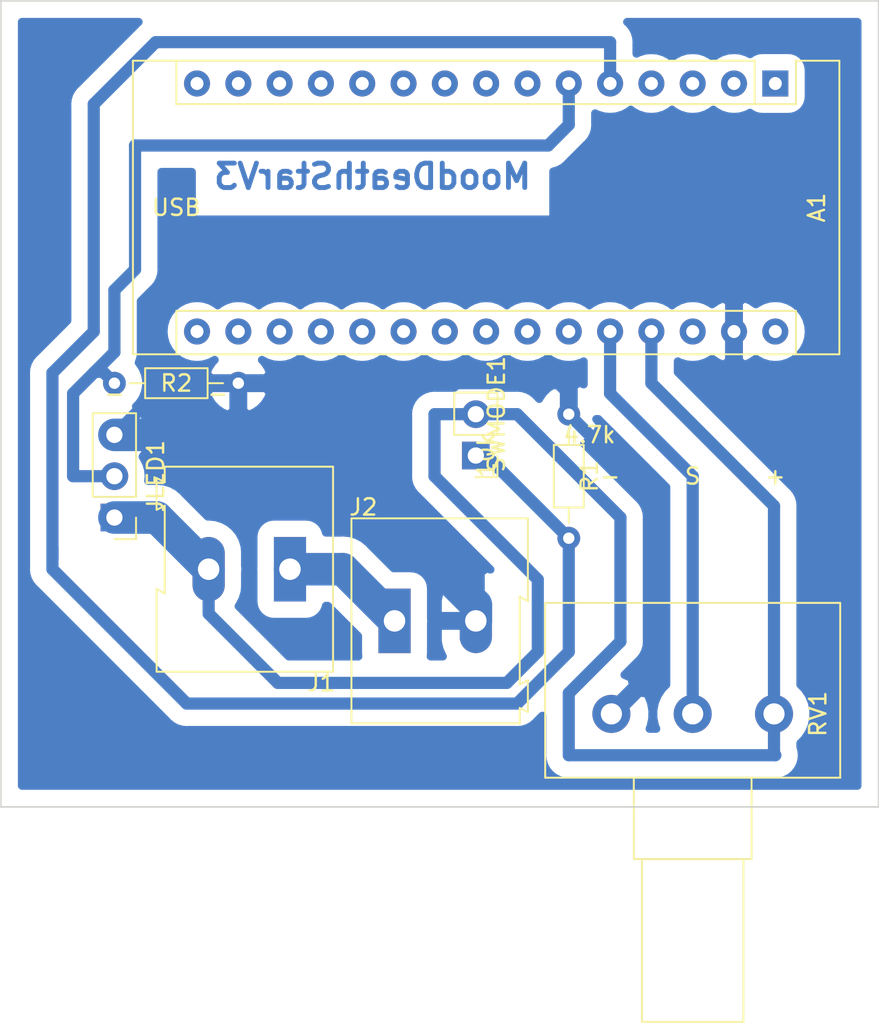
<source format=kicad_pcb>
(kicad_pcb (version 20171130) (host pcbnew "(5.1.4)-1")

  (general
    (thickness 1.6)
    (drawings 13)
    (tracks 68)
    (zones 0)
    (modules 8)
    (nets 32)
  )

  (page A4)
  (layers
    (0 F.Cu signal)
    (31 B.Cu signal)
    (32 B.Adhes user)
    (33 F.Adhes user)
    (34 B.Paste user)
    (35 F.Paste user)
    (36 B.SilkS user)
    (37 F.SilkS user)
    (38 B.Mask user)
    (39 F.Mask user)
    (40 Dwgs.User user)
    (41 Cmts.User user)
    (42 Eco1.User user)
    (43 Eco2.User user)
    (44 Edge.Cuts user)
    (45 Margin user)
    (46 B.CrtYd user)
    (47 F.CrtYd user)
    (48 B.Fab user hide)
    (49 F.Fab user hide)
  )

  (setup
    (last_trace_width 0.75)
    (user_trace_width 0.75)
    (user_trace_width 1)
    (user_trace_width 2)
    (user_trace_width 5)
    (trace_clearance 0.2)
    (zone_clearance 0.508)
    (zone_45_only no)
    (trace_min 0.2)
    (via_size 0.8)
    (via_drill 0.4)
    (via_min_size 0.4)
    (via_min_drill 0.3)
    (uvia_size 0.3)
    (uvia_drill 0.1)
    (uvias_allowed no)
    (uvia_min_size 0.2)
    (uvia_min_drill 0.1)
    (edge_width 0.05)
    (segment_width 0.2)
    (pcb_text_width 0.3)
    (pcb_text_size 1.5 1.5)
    (mod_edge_width 0.12)
    (mod_text_size 1 1)
    (mod_text_width 0.15)
    (pad_size 3.5 3.5)
    (pad_drill 3.5)
    (pad_to_mask_clearance 0.051)
    (solder_mask_min_width 0.25)
    (aux_axis_origin 0 0)
    (visible_elements 7FFFFFFF)
    (pcbplotparams
      (layerselection 0x010fc_ffffffff)
      (usegerberextensions false)
      (usegerberattributes false)
      (usegerberadvancedattributes false)
      (creategerberjobfile false)
      (excludeedgelayer true)
      (linewidth 0.100000)
      (plotframeref false)
      (viasonmask false)
      (mode 1)
      (useauxorigin false)
      (hpglpennumber 1)
      (hpglpenspeed 20)
      (hpglpendiameter 15.000000)
      (psnegative false)
      (psa4output false)
      (plotreference true)
      (plotvalue true)
      (plotinvisibletext false)
      (padsonsilk false)
      (subtractmaskfromsilk false)
      (outputformat 1)
      (mirror false)
      (drillshape 1)
      (scaleselection 1)
      (outputdirectory ""))
  )

  (net 0 "")
  (net 1 "Net-(A1-Pad16)")
  (net 2 "Net-(A1-Pad15)")
  (net 3 "Net-(A1-Pad30)")
  (net 4 "Net-(A1-Pad14)")
  (net 5 "Net-(A1-Pad13)")
  (net 6 "Net-(A1-Pad28)")
  (net 7 "Net-(A1-Pad12)")
  (net 8 "Net-(A1-Pad11)")
  (net 9 "Net-(A1-Pad26)")
  (net 10 "Net-(A1-Pad10)")
  (net 11 "Net-(A1-Pad25)")
  (net 12 "Net-(A1-Pad9)")
  (net 13 "Net-(A1-Pad24)")
  (net 14 "Net-(A1-Pad8)")
  (net 15 "Net-(A1-Pad23)")
  (net 16 "Net-(A1-Pad7)")
  (net 17 "Net-(A1-Pad22)")
  (net 18 "Net-(A1-Pad6)")
  (net 19 "Net-(A1-Pad21)")
  (net 20 "Net-(A1-Pad5)")
  (net 21 "Net-(A1-Pad20)")
  (net 22 "Net-(A1-Pad4)")
  (net 23 "Net-(A1-Pad19)")
  (net 24 "Net-(A1-Pad3)")
  (net 25 "Net-(A1-Pad18)")
  (net 26 "Net-(A1-Pad2)")
  (net 27 "Net-(A1-Pad17)")
  (net 28 "Net-(A1-Pad1)")
  (net 29 "Net-(A1-Pad29)")
  (net 30 "Net-(A1-Pad27)")
  (net 31 "Net-(J1-Pad1)")

  (net_class Default "Dies ist die voreingestellte Netzklasse."
    (clearance 0.2)
    (trace_width 0.25)
    (via_dia 0.8)
    (via_drill 0.4)
    (uvia_dia 0.3)
    (uvia_drill 0.1)
    (add_net "Net-(A1-Pad1)")
    (add_net "Net-(A1-Pad10)")
    (add_net "Net-(A1-Pad11)")
    (add_net "Net-(A1-Pad12)")
    (add_net "Net-(A1-Pad13)")
    (add_net "Net-(A1-Pad14)")
    (add_net "Net-(A1-Pad15)")
    (add_net "Net-(A1-Pad16)")
    (add_net "Net-(A1-Pad17)")
    (add_net "Net-(A1-Pad18)")
    (add_net "Net-(A1-Pad19)")
    (add_net "Net-(A1-Pad2)")
    (add_net "Net-(A1-Pad20)")
    (add_net "Net-(A1-Pad21)")
    (add_net "Net-(A1-Pad22)")
    (add_net "Net-(A1-Pad23)")
    (add_net "Net-(A1-Pad24)")
    (add_net "Net-(A1-Pad25)")
    (add_net "Net-(A1-Pad26)")
    (add_net "Net-(A1-Pad27)")
    (add_net "Net-(A1-Pad28)")
    (add_net "Net-(A1-Pad29)")
    (add_net "Net-(A1-Pad3)")
    (add_net "Net-(A1-Pad30)")
    (add_net "Net-(A1-Pad4)")
    (add_net "Net-(A1-Pad5)")
    (add_net "Net-(A1-Pad6)")
    (add_net "Net-(A1-Pad7)")
    (add_net "Net-(A1-Pad8)")
    (add_net "Net-(A1-Pad9)")
    (add_net "Net-(J1-Pad1)")
  )

  (module TerminalBlock:TerminalBlock_Altech_AK300-2_P5.00mm (layer F.Cu) (tedit 59FF0306) (tstamp 5D5F12AA)
    (at 111.205 101.6)
    (descr "Altech AK300 terminal block, pitch 5.0mm, 45 degree angled, see http://www.mouser.com/ds/2/16/PCBMETRC-24178.pdf")
    (tags "Altech AK300 terminal block pitch 5.0mm")
    (path /5D5FB377)
    (fp_text reference J2 (at -1.92 -6.99) (layer F.SilkS)
      (effects (font (size 1 1) (thickness 0.15)))
    )
    (fp_text value Screw_Terminal_01x02 (at 2.78 7.75) (layer F.Fab)
      (effects (font (size 1 1) (thickness 0.15)))
    )
    (fp_arc (start -1.13 -4.65) (end -1.42 -4.13) (angle 104.2) (layer F.Fab) (width 0.1))
    (fp_arc (start -0.01 -3.71) (end -1.62 -5) (angle 100) (layer F.Fab) (width 0.1))
    (fp_arc (start 0.06 -6.07) (end 1.53 -4.12) (angle 75.5) (layer F.Fab) (width 0.1))
    (fp_arc (start 1.03 -4.59) (end 1.53 -5.05) (angle 90.5) (layer F.Fab) (width 0.1))
    (fp_arc (start 3.87 -4.65) (end 3.58 -4.13) (angle 104.2) (layer F.Fab) (width 0.1))
    (fp_arc (start 4.99 -3.71) (end 3.39 -5) (angle 100) (layer F.Fab) (width 0.1))
    (fp_arc (start 5.07 -6.07) (end 6.53 -4.12) (angle 75.5) (layer F.Fab) (width 0.1))
    (fp_arc (start 6.03 -4.59) (end 6.54 -5.05) (angle 90.5) (layer F.Fab) (width 0.1))
    (fp_line (start 8.36 6.47) (end -2.83 6.47) (layer F.CrtYd) (width 0.05))
    (fp_line (start 8.36 6.47) (end 8.36 -6.47) (layer F.CrtYd) (width 0.05))
    (fp_line (start -2.83 -6.47) (end -2.83 6.47) (layer F.CrtYd) (width 0.05))
    (fp_line (start -2.83 -6.47) (end 8.36 -6.47) (layer F.CrtYd) (width 0.05))
    (fp_line (start 3.36 -0.25) (end 6.67 -0.25) (layer F.Fab) (width 0.1))
    (fp_line (start 2.98 -0.25) (end 3.36 -0.25) (layer F.Fab) (width 0.1))
    (fp_line (start 7.05 -0.25) (end 6.67 -0.25) (layer F.Fab) (width 0.1))
    (fp_line (start 6.67 -0.64) (end 3.36 -0.64) (layer F.Fab) (width 0.1))
    (fp_line (start 7.61 -0.64) (end 6.67 -0.64) (layer F.Fab) (width 0.1))
    (fp_line (start 1.66 -0.64) (end 3.36 -0.64) (layer F.Fab) (width 0.1))
    (fp_line (start -1.64 -0.64) (end 1.66 -0.64) (layer F.Fab) (width 0.1))
    (fp_line (start -2.58 -0.64) (end -1.64 -0.64) (layer F.Fab) (width 0.1))
    (fp_line (start 1.66 -0.25) (end -1.64 -0.25) (layer F.Fab) (width 0.1))
    (fp_line (start 2.04 -0.25) (end 1.66 -0.25) (layer F.Fab) (width 0.1))
    (fp_line (start -2.02 -0.25) (end -1.64 -0.25) (layer F.Fab) (width 0.1))
    (fp_line (start -1.49 -4.32) (end 1.56 -4.95) (layer F.Fab) (width 0.1))
    (fp_line (start -1.62 -4.45) (end 1.44 -5.08) (layer F.Fab) (width 0.1))
    (fp_line (start 3.52 -4.32) (end 6.56 -4.95) (layer F.Fab) (width 0.1))
    (fp_line (start 3.39 -4.45) (end 6.44 -5.08) (layer F.Fab) (width 0.1))
    (fp_line (start 2.04 -5.97) (end -2.02 -5.97) (layer F.Fab) (width 0.1))
    (fp_line (start -2.02 -3.43) (end -2.02 -5.97) (layer F.Fab) (width 0.1))
    (fp_line (start 2.04 -3.43) (end -2.02 -3.43) (layer F.Fab) (width 0.1))
    (fp_line (start 2.04 -3.43) (end 2.04 -5.97) (layer F.Fab) (width 0.1))
    (fp_line (start 7.05 -3.43) (end 2.98 -3.43) (layer F.Fab) (width 0.1))
    (fp_line (start 7.05 -5.97) (end 7.05 -3.43) (layer F.Fab) (width 0.1))
    (fp_line (start 2.98 -5.97) (end 7.05 -5.97) (layer F.Fab) (width 0.1))
    (fp_line (start 2.98 -3.43) (end 2.98 -5.97) (layer F.Fab) (width 0.1))
    (fp_line (start 7.61 -3.17) (end 7.61 -1.65) (layer F.Fab) (width 0.1))
    (fp_line (start -2.58 -3.17) (end -2.58 -6.22) (layer F.Fab) (width 0.1))
    (fp_line (start -2.58 -3.17) (end 7.61 -3.17) (layer F.Fab) (width 0.1))
    (fp_line (start 7.61 -0.64) (end 7.61 4.06) (layer F.Fab) (width 0.1))
    (fp_line (start 7.61 -1.65) (end 7.61 -0.64) (layer F.Fab) (width 0.1))
    (fp_line (start -2.58 -0.64) (end -2.58 -3.17) (layer F.Fab) (width 0.1))
    (fp_line (start -2.58 6.22) (end -2.58 -0.64) (layer F.Fab) (width 0.1))
    (fp_line (start 6.67 0.51) (end 6.28 0.51) (layer F.Fab) (width 0.1))
    (fp_line (start 3.36 0.51) (end 3.74 0.51) (layer F.Fab) (width 0.1))
    (fp_line (start 1.66 0.51) (end 1.28 0.51) (layer F.Fab) (width 0.1))
    (fp_line (start -1.64 0.51) (end -1.26 0.51) (layer F.Fab) (width 0.1))
    (fp_line (start -1.64 3.68) (end -1.64 0.51) (layer F.Fab) (width 0.1))
    (fp_line (start 1.66 3.68) (end -1.64 3.68) (layer F.Fab) (width 0.1))
    (fp_line (start 1.66 3.68) (end 1.66 0.51) (layer F.Fab) (width 0.1))
    (fp_line (start 3.36 3.68) (end 3.36 0.51) (layer F.Fab) (width 0.1))
    (fp_line (start 6.67 3.68) (end 3.36 3.68) (layer F.Fab) (width 0.1))
    (fp_line (start 6.67 3.68) (end 6.67 0.51) (layer F.Fab) (width 0.1))
    (fp_line (start -2.02 4.32) (end -2.02 6.22) (layer F.Fab) (width 0.1))
    (fp_line (start 2.04 4.32) (end 2.04 -0.25) (layer F.Fab) (width 0.1))
    (fp_line (start 2.04 4.32) (end -2.02 4.32) (layer F.Fab) (width 0.1))
    (fp_line (start 7.05 4.32) (end 7.05 6.22) (layer F.Fab) (width 0.1))
    (fp_line (start 2.98 4.32) (end 2.98 -0.25) (layer F.Fab) (width 0.1))
    (fp_line (start 2.98 4.32) (end 7.05 4.32) (layer F.Fab) (width 0.1))
    (fp_line (start -2.02 6.22) (end 2.04 6.22) (layer F.Fab) (width 0.1))
    (fp_line (start -2.58 6.22) (end -2.02 6.22) (layer F.Fab) (width 0.1))
    (fp_line (start -2.02 -0.25) (end -2.02 4.32) (layer F.Fab) (width 0.1))
    (fp_line (start 2.04 6.22) (end 2.98 6.22) (layer F.Fab) (width 0.1))
    (fp_line (start 2.04 6.22) (end 2.04 4.32) (layer F.Fab) (width 0.1))
    (fp_line (start 7.05 6.22) (end 7.61 6.22) (layer F.Fab) (width 0.1))
    (fp_line (start 2.98 6.22) (end 7.05 6.22) (layer F.Fab) (width 0.1))
    (fp_line (start 7.05 -0.25) (end 7.05 4.32) (layer F.Fab) (width 0.1))
    (fp_line (start 2.98 6.22) (end 2.98 4.32) (layer F.Fab) (width 0.1))
    (fp_line (start 8.11 3.81) (end 8.11 5.46) (layer F.Fab) (width 0.1))
    (fp_line (start 7.61 4.06) (end 7.61 5.21) (layer F.Fab) (width 0.1))
    (fp_line (start 8.11 3.81) (end 7.61 4.06) (layer F.Fab) (width 0.1))
    (fp_line (start 7.61 5.21) (end 7.61 6.22) (layer F.Fab) (width 0.1))
    (fp_line (start 8.11 5.46) (end 7.61 5.21) (layer F.Fab) (width 0.1))
    (fp_line (start 8.11 -1.4) (end 7.61 -1.65) (layer F.Fab) (width 0.1))
    (fp_line (start 8.11 -6.22) (end 8.11 -1.4) (layer F.Fab) (width 0.1))
    (fp_line (start 7.61 -6.22) (end 8.11 -6.22) (layer F.Fab) (width 0.1))
    (fp_line (start 7.61 -6.22) (end -2.58 -6.22) (layer F.Fab) (width 0.1))
    (fp_line (start 7.61 -6.22) (end 7.61 -3.17) (layer F.Fab) (width 0.1))
    (fp_line (start 3.74 2.54) (end 3.74 -0.25) (layer F.Fab) (width 0.1))
    (fp_line (start 3.74 -0.25) (end 6.28 -0.25) (layer F.Fab) (width 0.1))
    (fp_line (start 6.28 2.54) (end 6.28 -0.25) (layer F.Fab) (width 0.1))
    (fp_line (start 3.74 2.54) (end 6.28 2.54) (layer F.Fab) (width 0.1))
    (fp_line (start -1.26 2.54) (end -1.26 -0.25) (layer F.Fab) (width 0.1))
    (fp_line (start -1.26 -0.25) (end 1.28 -0.25) (layer F.Fab) (width 0.1))
    (fp_line (start 1.28 2.54) (end 1.28 -0.25) (layer F.Fab) (width 0.1))
    (fp_line (start -1.26 2.54) (end 1.28 2.54) (layer F.Fab) (width 0.1))
    (fp_line (start 8.2 -6.3) (end -2.65 -6.3) (layer F.SilkS) (width 0.12))
    (fp_line (start 8.2 -1.2) (end 8.2 -6.3) (layer F.SilkS) (width 0.12))
    (fp_line (start 7.7 -1.5) (end 8.2 -1.2) (layer F.SilkS) (width 0.12))
    (fp_line (start 7.7 3.9) (end 7.7 -1.5) (layer F.SilkS) (width 0.12))
    (fp_line (start 8.2 3.65) (end 7.7 3.9) (layer F.SilkS) (width 0.12))
    (fp_line (start 8.2 3.7) (end 8.2 3.65) (layer F.SilkS) (width 0.12))
    (fp_line (start 8.2 5.6) (end 8.2 3.7) (layer F.SilkS) (width 0.12))
    (fp_line (start 7.7 5.35) (end 8.2 5.6) (layer F.SilkS) (width 0.12))
    (fp_line (start 7.7 6.3) (end 7.7 5.35) (layer F.SilkS) (width 0.12))
    (fp_line (start -2.65 6.3) (end 7.7 6.3) (layer F.SilkS) (width 0.12))
    (fp_line (start -2.65 -6.3) (end -2.65 6.3) (layer F.SilkS) (width 0.12))
    (fp_text user %R (at 2.5 -2) (layer F.Fab)
      (effects (font (size 1 1) (thickness 0.15)))
    )
    (pad 2 thru_hole oval (at 5 0) (size 1.98 3.96) (drill 1.32) (layers *.Cu *.Mask)
      (net 29 "Net-(A1-Pad29)"))
    (pad 1 thru_hole rect (at 0 0) (size 1.98 3.96) (drill 1.32) (layers *.Cu *.Mask)
      (net 31 "Net-(J1-Pad1)"))
    (model ${KISYS3DMOD}/TerminalBlock.3dshapes/TerminalBlock_Altech_AK300-2_P5.00mm.wrl
      (at (xyz 0 0 0))
      (scale (xyz 1 1 1))
      (rotate (xyz 0 0 0))
    )
  )

  (module TerminalBlock:TerminalBlock_Altech_AK300-2_P5.00mm (layer F.Cu) (tedit 59FF0306) (tstamp 5D5F1243)
    (at 104.775 98.425 180)
    (descr "Altech AK300 terminal block, pitch 5.0mm, 45 degree angled, see http://www.mouser.com/ds/2/16/PCBMETRC-24178.pdf")
    (tags "Altech AK300 terminal block pitch 5.0mm")
    (path /5D5F8EB1)
    (fp_text reference J1 (at -1.92 -6.99) (layer F.SilkS)
      (effects (font (size 1 1) (thickness 0.15)))
    )
    (fp_text value Screw_Terminal_01x02 (at 2.78 7.75) (layer F.Fab)
      (effects (font (size 1 1) (thickness 0.15)))
    )
    (fp_arc (start -1.13 -4.65) (end -1.42 -4.13) (angle 104.2) (layer F.Fab) (width 0.1))
    (fp_arc (start -0.01 -3.71) (end -1.62 -5) (angle 100) (layer F.Fab) (width 0.1))
    (fp_arc (start 0.06 -6.07) (end 1.53 -4.12) (angle 75.5) (layer F.Fab) (width 0.1))
    (fp_arc (start 1.03 -4.59) (end 1.53 -5.05) (angle 90.5) (layer F.Fab) (width 0.1))
    (fp_arc (start 3.87 -4.65) (end 3.58 -4.13) (angle 104.2) (layer F.Fab) (width 0.1))
    (fp_arc (start 4.99 -3.71) (end 3.39 -5) (angle 100) (layer F.Fab) (width 0.1))
    (fp_arc (start 5.07 -6.07) (end 6.53 -4.12) (angle 75.5) (layer F.Fab) (width 0.1))
    (fp_arc (start 6.03 -4.59) (end 6.54 -5.05) (angle 90.5) (layer F.Fab) (width 0.1))
    (fp_line (start 8.36 6.47) (end -2.83 6.47) (layer F.CrtYd) (width 0.05))
    (fp_line (start 8.36 6.47) (end 8.36 -6.47) (layer F.CrtYd) (width 0.05))
    (fp_line (start -2.83 -6.47) (end -2.83 6.47) (layer F.CrtYd) (width 0.05))
    (fp_line (start -2.83 -6.47) (end 8.36 -6.47) (layer F.CrtYd) (width 0.05))
    (fp_line (start 3.36 -0.25) (end 6.67 -0.25) (layer F.Fab) (width 0.1))
    (fp_line (start 2.98 -0.25) (end 3.36 -0.25) (layer F.Fab) (width 0.1))
    (fp_line (start 7.05 -0.25) (end 6.67 -0.25) (layer F.Fab) (width 0.1))
    (fp_line (start 6.67 -0.64) (end 3.36 -0.64) (layer F.Fab) (width 0.1))
    (fp_line (start 7.61 -0.64) (end 6.67 -0.64) (layer F.Fab) (width 0.1))
    (fp_line (start 1.66 -0.64) (end 3.36 -0.64) (layer F.Fab) (width 0.1))
    (fp_line (start -1.64 -0.64) (end 1.66 -0.64) (layer F.Fab) (width 0.1))
    (fp_line (start -2.58 -0.64) (end -1.64 -0.64) (layer F.Fab) (width 0.1))
    (fp_line (start 1.66 -0.25) (end -1.64 -0.25) (layer F.Fab) (width 0.1))
    (fp_line (start 2.04 -0.25) (end 1.66 -0.25) (layer F.Fab) (width 0.1))
    (fp_line (start -2.02 -0.25) (end -1.64 -0.25) (layer F.Fab) (width 0.1))
    (fp_line (start -1.49 -4.32) (end 1.56 -4.95) (layer F.Fab) (width 0.1))
    (fp_line (start -1.62 -4.45) (end 1.44 -5.08) (layer F.Fab) (width 0.1))
    (fp_line (start 3.52 -4.32) (end 6.56 -4.95) (layer F.Fab) (width 0.1))
    (fp_line (start 3.39 -4.45) (end 6.44 -5.08) (layer F.Fab) (width 0.1))
    (fp_line (start 2.04 -5.97) (end -2.02 -5.97) (layer F.Fab) (width 0.1))
    (fp_line (start -2.02 -3.43) (end -2.02 -5.97) (layer F.Fab) (width 0.1))
    (fp_line (start 2.04 -3.43) (end -2.02 -3.43) (layer F.Fab) (width 0.1))
    (fp_line (start 2.04 -3.43) (end 2.04 -5.97) (layer F.Fab) (width 0.1))
    (fp_line (start 7.05 -3.43) (end 2.98 -3.43) (layer F.Fab) (width 0.1))
    (fp_line (start 7.05 -5.97) (end 7.05 -3.43) (layer F.Fab) (width 0.1))
    (fp_line (start 2.98 -5.97) (end 7.05 -5.97) (layer F.Fab) (width 0.1))
    (fp_line (start 2.98 -3.43) (end 2.98 -5.97) (layer F.Fab) (width 0.1))
    (fp_line (start 7.61 -3.17) (end 7.61 -1.65) (layer F.Fab) (width 0.1))
    (fp_line (start -2.58 -3.17) (end -2.58 -6.22) (layer F.Fab) (width 0.1))
    (fp_line (start -2.58 -3.17) (end 7.61 -3.17) (layer F.Fab) (width 0.1))
    (fp_line (start 7.61 -0.64) (end 7.61 4.06) (layer F.Fab) (width 0.1))
    (fp_line (start 7.61 -1.65) (end 7.61 -0.64) (layer F.Fab) (width 0.1))
    (fp_line (start -2.58 -0.64) (end -2.58 -3.17) (layer F.Fab) (width 0.1))
    (fp_line (start -2.58 6.22) (end -2.58 -0.64) (layer F.Fab) (width 0.1))
    (fp_line (start 6.67 0.51) (end 6.28 0.51) (layer F.Fab) (width 0.1))
    (fp_line (start 3.36 0.51) (end 3.74 0.51) (layer F.Fab) (width 0.1))
    (fp_line (start 1.66 0.51) (end 1.28 0.51) (layer F.Fab) (width 0.1))
    (fp_line (start -1.64 0.51) (end -1.26 0.51) (layer F.Fab) (width 0.1))
    (fp_line (start -1.64 3.68) (end -1.64 0.51) (layer F.Fab) (width 0.1))
    (fp_line (start 1.66 3.68) (end -1.64 3.68) (layer F.Fab) (width 0.1))
    (fp_line (start 1.66 3.68) (end 1.66 0.51) (layer F.Fab) (width 0.1))
    (fp_line (start 3.36 3.68) (end 3.36 0.51) (layer F.Fab) (width 0.1))
    (fp_line (start 6.67 3.68) (end 3.36 3.68) (layer F.Fab) (width 0.1))
    (fp_line (start 6.67 3.68) (end 6.67 0.51) (layer F.Fab) (width 0.1))
    (fp_line (start -2.02 4.32) (end -2.02 6.22) (layer F.Fab) (width 0.1))
    (fp_line (start 2.04 4.32) (end 2.04 -0.25) (layer F.Fab) (width 0.1))
    (fp_line (start 2.04 4.32) (end -2.02 4.32) (layer F.Fab) (width 0.1))
    (fp_line (start 7.05 4.32) (end 7.05 6.22) (layer F.Fab) (width 0.1))
    (fp_line (start 2.98 4.32) (end 2.98 -0.25) (layer F.Fab) (width 0.1))
    (fp_line (start 2.98 4.32) (end 7.05 4.32) (layer F.Fab) (width 0.1))
    (fp_line (start -2.02 6.22) (end 2.04 6.22) (layer F.Fab) (width 0.1))
    (fp_line (start -2.58 6.22) (end -2.02 6.22) (layer F.Fab) (width 0.1))
    (fp_line (start -2.02 -0.25) (end -2.02 4.32) (layer F.Fab) (width 0.1))
    (fp_line (start 2.04 6.22) (end 2.98 6.22) (layer F.Fab) (width 0.1))
    (fp_line (start 2.04 6.22) (end 2.04 4.32) (layer F.Fab) (width 0.1))
    (fp_line (start 7.05 6.22) (end 7.61 6.22) (layer F.Fab) (width 0.1))
    (fp_line (start 2.98 6.22) (end 7.05 6.22) (layer F.Fab) (width 0.1))
    (fp_line (start 7.05 -0.25) (end 7.05 4.32) (layer F.Fab) (width 0.1))
    (fp_line (start 2.98 6.22) (end 2.98 4.32) (layer F.Fab) (width 0.1))
    (fp_line (start 8.11 3.81) (end 8.11 5.46) (layer F.Fab) (width 0.1))
    (fp_line (start 7.61 4.06) (end 7.61 5.21) (layer F.Fab) (width 0.1))
    (fp_line (start 8.11 3.81) (end 7.61 4.06) (layer F.Fab) (width 0.1))
    (fp_line (start 7.61 5.21) (end 7.61 6.22) (layer F.Fab) (width 0.1))
    (fp_line (start 8.11 5.46) (end 7.61 5.21) (layer F.Fab) (width 0.1))
    (fp_line (start 8.11 -1.4) (end 7.61 -1.65) (layer F.Fab) (width 0.1))
    (fp_line (start 8.11 -6.22) (end 8.11 -1.4) (layer F.Fab) (width 0.1))
    (fp_line (start 7.61 -6.22) (end 8.11 -6.22) (layer F.Fab) (width 0.1))
    (fp_line (start 7.61 -6.22) (end -2.58 -6.22) (layer F.Fab) (width 0.1))
    (fp_line (start 7.61 -6.22) (end 7.61 -3.17) (layer F.Fab) (width 0.1))
    (fp_line (start 3.74 2.54) (end 3.74 -0.25) (layer F.Fab) (width 0.1))
    (fp_line (start 3.74 -0.25) (end 6.28 -0.25) (layer F.Fab) (width 0.1))
    (fp_line (start 6.28 2.54) (end 6.28 -0.25) (layer F.Fab) (width 0.1))
    (fp_line (start 3.74 2.54) (end 6.28 2.54) (layer F.Fab) (width 0.1))
    (fp_line (start -1.26 2.54) (end -1.26 -0.25) (layer F.Fab) (width 0.1))
    (fp_line (start -1.26 -0.25) (end 1.28 -0.25) (layer F.Fab) (width 0.1))
    (fp_line (start 1.28 2.54) (end 1.28 -0.25) (layer F.Fab) (width 0.1))
    (fp_line (start -1.26 2.54) (end 1.28 2.54) (layer F.Fab) (width 0.1))
    (fp_line (start 8.2 -6.3) (end -2.65 -6.3) (layer F.SilkS) (width 0.12))
    (fp_line (start 8.2 -1.2) (end 8.2 -6.3) (layer F.SilkS) (width 0.12))
    (fp_line (start 7.7 -1.5) (end 8.2 -1.2) (layer F.SilkS) (width 0.12))
    (fp_line (start 7.7 3.9) (end 7.7 -1.5) (layer F.SilkS) (width 0.12))
    (fp_line (start 8.2 3.65) (end 7.7 3.9) (layer F.SilkS) (width 0.12))
    (fp_line (start 8.2 3.7) (end 8.2 3.65) (layer F.SilkS) (width 0.12))
    (fp_line (start 8.2 5.6) (end 8.2 3.7) (layer F.SilkS) (width 0.12))
    (fp_line (start 7.7 5.35) (end 8.2 5.6) (layer F.SilkS) (width 0.12))
    (fp_line (start 7.7 6.3) (end 7.7 5.35) (layer F.SilkS) (width 0.12))
    (fp_line (start -2.65 6.3) (end 7.7 6.3) (layer F.SilkS) (width 0.12))
    (fp_line (start -2.65 -6.3) (end -2.65 6.3) (layer F.SilkS) (width 0.12))
    (fp_text user %R (at 2.5 -2) (layer F.Fab)
      (effects (font (size 1 1) (thickness 0.15)))
    )
    (pad 2 thru_hole oval (at 5 0 180) (size 1.98 3.96) (drill 1.32) (layers *.Cu *.Mask)
      (net 30 "Net-(A1-Pad27)"))
    (pad 1 thru_hole rect (at 0 0 180) (size 1.98 3.96) (drill 1.32) (layers *.Cu *.Mask)
      (net 31 "Net-(J1-Pad1)"))
    (model ${KISYS3DMOD}/TerminalBlock.3dshapes/TerminalBlock_Altech_AK300-2_P5.00mm.wrl
      (at (xyz 0 0 0))
      (scale (xyz 1 1 1))
      (rotate (xyz 0 0 0))
    )
  )

  (module Module:Arduino_Nano (layer F.Cu) (tedit 58ACAF70) (tstamp 5D5AE347)
    (at 134.62 68.58 270)
    (descr "Arduino Nano, http://www.mouser.com/pdfdocs/Gravitech_Arduino_Nano3_0.pdf")
    (tags "Arduino Nano")
    (path /5D5ADE66)
    (fp_text reference A1 (at 7.62 -2.54 90) (layer F.SilkS)
      (effects (font (size 1 1) (thickness 0.15)))
    )
    (fp_text value Arduino_Nano_v3.x (at 8.89 19.05) (layer F.Fab)
      (effects (font (size 1 1) (thickness 0.15)))
    )
    (fp_line (start 16.75 42.16) (end -1.53 42.16) (layer F.CrtYd) (width 0.05))
    (fp_line (start 16.75 42.16) (end 16.75 -4.06) (layer F.CrtYd) (width 0.05))
    (fp_line (start -1.53 -4.06) (end -1.53 42.16) (layer F.CrtYd) (width 0.05))
    (fp_line (start -1.53 -4.06) (end 16.75 -4.06) (layer F.CrtYd) (width 0.05))
    (fp_line (start 16.51 -3.81) (end 16.51 39.37) (layer F.Fab) (width 0.1))
    (fp_line (start 0 -3.81) (end 16.51 -3.81) (layer F.Fab) (width 0.1))
    (fp_line (start -1.27 -2.54) (end 0 -3.81) (layer F.Fab) (width 0.1))
    (fp_line (start -1.27 39.37) (end -1.27 -2.54) (layer F.Fab) (width 0.1))
    (fp_line (start 16.51 39.37) (end -1.27 39.37) (layer F.Fab) (width 0.1))
    (fp_line (start 16.64 -3.94) (end -1.4 -3.94) (layer F.SilkS) (width 0.12))
    (fp_line (start 16.64 39.5) (end 16.64 -3.94) (layer F.SilkS) (width 0.12))
    (fp_line (start -1.4 39.5) (end 16.64 39.5) (layer F.SilkS) (width 0.12))
    (fp_line (start 3.81 41.91) (end 3.81 31.75) (layer F.Fab) (width 0.1))
    (fp_line (start 11.43 41.91) (end 3.81 41.91) (layer F.Fab) (width 0.1))
    (fp_line (start 11.43 31.75) (end 11.43 41.91) (layer F.Fab) (width 0.1))
    (fp_line (start 3.81 31.75) (end 11.43 31.75) (layer F.Fab) (width 0.1))
    (fp_line (start 1.27 36.83) (end -1.4 36.83) (layer F.SilkS) (width 0.12))
    (fp_line (start 1.27 1.27) (end 1.27 36.83) (layer F.SilkS) (width 0.12))
    (fp_line (start 1.27 1.27) (end -1.4 1.27) (layer F.SilkS) (width 0.12))
    (fp_line (start 13.97 36.83) (end 16.64 36.83) (layer F.SilkS) (width 0.12))
    (fp_line (start 13.97 -1.27) (end 13.97 36.83) (layer F.SilkS) (width 0.12))
    (fp_line (start 13.97 -1.27) (end 16.64 -1.27) (layer F.SilkS) (width 0.12))
    (fp_line (start -1.4 -3.94) (end -1.4 -1.27) (layer F.SilkS) (width 0.12))
    (fp_line (start -1.4 1.27) (end -1.4 39.5) (layer F.SilkS) (width 0.12))
    (fp_line (start 1.27 -1.27) (end -1.4 -1.27) (layer F.SilkS) (width 0.12))
    (fp_line (start 1.27 1.27) (end 1.27 -1.27) (layer F.SilkS) (width 0.12))
    (fp_text user %R (at 6.35 19.05) (layer F.Fab)
      (effects (font (size 1 1) (thickness 0.15)))
    )
    (pad 16 thru_hole oval (at 15.24 35.56 270) (size 1.6 1.6) (drill 0.8) (layers *.Cu *.Mask)
      (net 1 "Net-(A1-Pad16)"))
    (pad 15 thru_hole oval (at 0 35.56 270) (size 1.6 1.6) (drill 0.8) (layers *.Cu *.Mask)
      (net 2 "Net-(A1-Pad15)"))
    (pad 30 thru_hole oval (at 15.24 0 270) (size 1.6 1.6) (drill 0.8) (layers *.Cu *.Mask)
      (net 3 "Net-(A1-Pad30)"))
    (pad 14 thru_hole oval (at 0 33.02 270) (size 1.6 1.6) (drill 0.8) (layers *.Cu *.Mask)
      (net 4 "Net-(A1-Pad14)"))
    (pad 29 thru_hole oval (at 15.24 2.54 270) (size 1.6 1.6) (drill 0.8) (layers *.Cu *.Mask)
      (net 29 "Net-(A1-Pad29)"))
    (pad 13 thru_hole oval (at 0 30.48 270) (size 1.6 1.6) (drill 0.8) (layers *.Cu *.Mask)
      (net 5 "Net-(A1-Pad13)"))
    (pad 28 thru_hole oval (at 15.24 5.08 270) (size 1.6 1.6) (drill 0.8) (layers *.Cu *.Mask)
      (net 6 "Net-(A1-Pad28)"))
    (pad 12 thru_hole oval (at 0 27.94 270) (size 1.6 1.6) (drill 0.8) (layers *.Cu *.Mask)
      (net 7 "Net-(A1-Pad12)"))
    (pad 27 thru_hole oval (at 15.24 7.62 270) (size 1.6 1.6) (drill 0.8) (layers *.Cu *.Mask)
      (net 30 "Net-(A1-Pad27)"))
    (pad 11 thru_hole oval (at 0 25.4 270) (size 1.6 1.6) (drill 0.8) (layers *.Cu *.Mask)
      (net 8 "Net-(A1-Pad11)"))
    (pad 26 thru_hole oval (at 15.24 10.16 270) (size 1.6 1.6) (drill 0.8) (layers *.Cu *.Mask)
      (net 9 "Net-(A1-Pad26)"))
    (pad 10 thru_hole oval (at 0 22.86 270) (size 1.6 1.6) (drill 0.8) (layers *.Cu *.Mask)
      (net 10 "Net-(A1-Pad10)"))
    (pad 25 thru_hole oval (at 15.24 12.7 270) (size 1.6 1.6) (drill 0.8) (layers *.Cu *.Mask)
      (net 11 "Net-(A1-Pad25)"))
    (pad 9 thru_hole oval (at 0 20.32 270) (size 1.6 1.6) (drill 0.8) (layers *.Cu *.Mask)
      (net 12 "Net-(A1-Pad9)"))
    (pad 24 thru_hole oval (at 15.24 15.24 270) (size 1.6 1.6) (drill 0.8) (layers *.Cu *.Mask)
      (net 13 "Net-(A1-Pad24)"))
    (pad 8 thru_hole oval (at 0 17.78 270) (size 1.6 1.6) (drill 0.8) (layers *.Cu *.Mask)
      (net 14 "Net-(A1-Pad8)"))
    (pad 23 thru_hole oval (at 15.24 17.78 270) (size 1.6 1.6) (drill 0.8) (layers *.Cu *.Mask)
      (net 15 "Net-(A1-Pad23)"))
    (pad 7 thru_hole oval (at 0 15.24 270) (size 1.6 1.6) (drill 0.8) (layers *.Cu *.Mask)
      (net 16 "Net-(A1-Pad7)"))
    (pad 22 thru_hole oval (at 15.24 20.32 270) (size 1.6 1.6) (drill 0.8) (layers *.Cu *.Mask)
      (net 17 "Net-(A1-Pad22)"))
    (pad 6 thru_hole oval (at 0 12.7 270) (size 1.6 1.6) (drill 0.8) (layers *.Cu *.Mask)
      (net 18 "Net-(A1-Pad6)"))
    (pad 21 thru_hole oval (at 15.24 22.86 270) (size 1.6 1.6) (drill 0.8) (layers *.Cu *.Mask)
      (net 19 "Net-(A1-Pad21)"))
    (pad 5 thru_hole oval (at 0 10.16 270) (size 1.6 1.6) (drill 0.8) (layers *.Cu *.Mask)
      (net 20 "Net-(A1-Pad5)"))
    (pad 20 thru_hole oval (at 15.24 25.4 270) (size 1.6 1.6) (drill 0.8) (layers *.Cu *.Mask)
      (net 21 "Net-(A1-Pad20)"))
    (pad 4 thru_hole oval (at 0 7.62 270) (size 1.6 1.6) (drill 0.8) (layers *.Cu *.Mask)
      (net 22 "Net-(A1-Pad4)"))
    (pad 19 thru_hole oval (at 15.24 27.94 270) (size 1.6 1.6) (drill 0.8) (layers *.Cu *.Mask)
      (net 23 "Net-(A1-Pad19)"))
    (pad 3 thru_hole oval (at 0 5.08 270) (size 1.6 1.6) (drill 0.8) (layers *.Cu *.Mask)
      (net 24 "Net-(A1-Pad3)"))
    (pad 18 thru_hole oval (at 15.24 30.48 270) (size 1.6 1.6) (drill 0.8) (layers *.Cu *.Mask)
      (net 25 "Net-(A1-Pad18)"))
    (pad 2 thru_hole oval (at 0 2.54 270) (size 1.6 1.6) (drill 0.8) (layers *.Cu *.Mask)
      (net 26 "Net-(A1-Pad2)"))
    (pad 17 thru_hole oval (at 15.24 33.02 270) (size 1.6 1.6) (drill 0.8) (layers *.Cu *.Mask)
      (net 27 "Net-(A1-Pad17)"))
    (pad 1 thru_hole rect (at 0 0 270) (size 1.6 1.6) (drill 0.8) (layers *.Cu *.Mask)
      (net 28 "Net-(A1-Pad1)"))
    (model ${KISYS3DMOD}/Module.3dshapes/Arduino_Nano_WithMountingHoles.wrl
      (at (xyz 0 0 0))
      (scale (xyz 1 1 1))
      (rotate (xyz 0 0 0))
    )
  )

  (module Resistor_THT:R_Axial_DIN0204_L3.6mm_D1.6mm_P7.62mm_Horizontal (layer F.Cu) (tedit 5AE5139B) (tstamp 5D5C2AE3)
    (at 93.98 86.995)
    (descr "Resistor, Axial_DIN0204 series, Axial, Horizontal, pin pitch=7.62mm, 0.167W, length*diameter=3.6*1.6mm^2, http://cdn-reichelt.de/documents/datenblatt/B400/1_4W%23YAG.pdf")
    (tags "Resistor Axial_DIN0204 series Axial Horizontal pin pitch 7.62mm 0.167W length 3.6mm diameter 1.6mm")
    (path /5D5C5C7D)
    (fp_text reference R2 (at 3.81 0) (layer F.SilkS)
      (effects (font (size 1 1) (thickness 0.15)))
    )
    (fp_text value 260 (at 3.81 1.92) (layer F.Fab)
      (effects (font (size 1 1) (thickness 0.15)))
    )
    (fp_text user %R (at 3.81 0) (layer F.Fab)
      (effects (font (size 0.72 0.72) (thickness 0.108)))
    )
    (fp_line (start 8.57 -1.05) (end -0.95 -1.05) (layer F.CrtYd) (width 0.05))
    (fp_line (start 8.57 1.05) (end 8.57 -1.05) (layer F.CrtYd) (width 0.05))
    (fp_line (start -0.95 1.05) (end 8.57 1.05) (layer F.CrtYd) (width 0.05))
    (fp_line (start -0.95 -1.05) (end -0.95 1.05) (layer F.CrtYd) (width 0.05))
    (fp_line (start 6.68 0) (end 5.73 0) (layer F.SilkS) (width 0.12))
    (fp_line (start 0.94 0) (end 1.89 0) (layer F.SilkS) (width 0.12))
    (fp_line (start 5.73 -0.92) (end 1.89 -0.92) (layer F.SilkS) (width 0.12))
    (fp_line (start 5.73 0.92) (end 5.73 -0.92) (layer F.SilkS) (width 0.12))
    (fp_line (start 1.89 0.92) (end 5.73 0.92) (layer F.SilkS) (width 0.12))
    (fp_line (start 1.89 -0.92) (end 1.89 0.92) (layer F.SilkS) (width 0.12))
    (fp_line (start 7.62 0) (end 5.61 0) (layer F.Fab) (width 0.1))
    (fp_line (start 0 0) (end 2.01 0) (layer F.Fab) (width 0.1))
    (fp_line (start 5.61 -0.8) (end 2.01 -0.8) (layer F.Fab) (width 0.1))
    (fp_line (start 5.61 0.8) (end 5.61 -0.8) (layer F.Fab) (width 0.1))
    (fp_line (start 2.01 0.8) (end 5.61 0.8) (layer F.Fab) (width 0.1))
    (fp_line (start 2.01 -0.8) (end 2.01 0.8) (layer F.Fab) (width 0.1))
    (pad 2 thru_hole oval (at 7.62 0) (size 1.4 1.4) (drill 0.7) (layers *.Cu *.Mask)
      (net 29 "Net-(A1-Pad29)"))
    (pad 1 thru_hole circle (at 0 0) (size 1.4 1.4) (drill 0.7) (layers *.Cu *.Mask)
      (net 18 "Net-(A1-Pad6)"))
    (model ${KISYS3DMOD}/Resistor_THT.3dshapes/R_Axial_DIN0204_L3.6mm_D1.6mm_P7.62mm_Horizontal.wrl
      (at (xyz 0 0 0))
      (scale (xyz 1 1 1))
      (rotate (xyz 0 0 0))
    )
  )

  (module Connector_PinHeader_2.54mm:PinHeader_1x03_P2.54mm_Vertical (layer F.Cu) (tedit 59FED5CC) (tstamp 5D5B3C6D)
    (at 93.98 95.25 180)
    (descr "Through hole straight pin header, 1x03, 2.54mm pitch, single row")
    (tags "Through hole pin header THT 1x03 2.54mm single row")
    (path /5D5BBCAD)
    (fp_text reference JLED1 (at -2.54 2.54 90) (layer F.SilkS)
      (effects (font (size 1 1) (thickness 0.15)))
    )
    (fp_text value Conn_01x03 (at 0 7.41) (layer F.Fab)
      (effects (font (size 1 1) (thickness 0.15)))
    )
    (fp_text user %R (at 0 2.54 90) (layer F.Fab)
      (effects (font (size 1 1) (thickness 0.15)))
    )
    (fp_line (start 1.8 -1.8) (end -1.8 -1.8) (layer F.CrtYd) (width 0.05))
    (fp_line (start 1.8 6.85) (end 1.8 -1.8) (layer F.CrtYd) (width 0.05))
    (fp_line (start -1.8 6.85) (end 1.8 6.85) (layer F.CrtYd) (width 0.05))
    (fp_line (start -1.8 -1.8) (end -1.8 6.85) (layer F.CrtYd) (width 0.05))
    (fp_line (start -1.33 -1.33) (end 0 -1.33) (layer F.SilkS) (width 0.12))
    (fp_line (start -1.33 0) (end -1.33 -1.33) (layer F.SilkS) (width 0.12))
    (fp_line (start -1.33 1.27) (end 1.33 1.27) (layer F.SilkS) (width 0.12))
    (fp_line (start 1.33 1.27) (end 1.33 6.41) (layer F.SilkS) (width 0.12))
    (fp_line (start -1.33 1.27) (end -1.33 6.41) (layer F.SilkS) (width 0.12))
    (fp_line (start -1.33 6.41) (end 1.33 6.41) (layer F.SilkS) (width 0.12))
    (fp_line (start -1.27 -0.635) (end -0.635 -1.27) (layer F.Fab) (width 0.1))
    (fp_line (start -1.27 6.35) (end -1.27 -0.635) (layer F.Fab) (width 0.1))
    (fp_line (start 1.27 6.35) (end -1.27 6.35) (layer F.Fab) (width 0.1))
    (fp_line (start 1.27 -1.27) (end 1.27 6.35) (layer F.Fab) (width 0.1))
    (fp_line (start -0.635 -1.27) (end 1.27 -1.27) (layer F.Fab) (width 0.1))
    (pad 3 thru_hole oval (at 0 5.08 180) (size 1.7 1.7) (drill 1) (layers *.Cu *.Mask)
      (net 29 "Net-(A1-Pad29)"))
    (pad 2 thru_hole oval (at 0 2.54 180) (size 1.7 1.7) (drill 1) (layers *.Cu *.Mask)
      (net 18 "Net-(A1-Pad6)"))
    (pad 1 thru_hole rect (at 0 0 180) (size 1.7 1.7) (drill 1) (layers *.Cu *.Mask)
      (net 30 "Net-(A1-Pad27)"))
    (model ${KISYS3DMOD}/Connector_PinHeader_2.54mm.3dshapes/PinHeader_1x03_P2.54mm_Vertical.wrl
      (at (xyz 0 0 0))
      (scale (xyz 1 1 1))
      (rotate (xyz 0 0 0))
    )
  )

  (module Potentiometer_THT:Potentiometer_Alps_RK163_Single_Horizontal (layer F.Cu) (tedit 5A3D4993) (tstamp 5D5B3CA8)
    (at 124.54 107.315 270)
    (descr "Potentiometer, horizontal, Alps RK163 Single, http://www.alps.com/prod/info/E/HTML/Potentiometer/RotaryPotentiometers/RK16/RK16_list.html")
    (tags "Potentiometer horizontal Alps RK163 Single")
    (path /5D5B2863)
    (fp_text reference RV1 (at 0 -12.7 90) (layer F.SilkS)
      (effects (font (size 1 1) (thickness 0.15)))
    )
    (fp_text value 4.7k (at 0 5.2 90) (layer F.Fab)
      (effects (font (size 1 1) (thickness 0.15)))
    )
    (fp_text user %R (at -1.45 -5 90) (layer F.Fab)
      (effects (font (size 1 1) (thickness 0.15)))
    )
    (fp_line (start 19.05 -14.2) (end -6.95 -14.2) (layer F.CrtYd) (width 0.05))
    (fp_line (start 19.05 4.2) (end 19.05 -14.2) (layer F.CrtYd) (width 0.05))
    (fp_line (start -6.95 4.2) (end 19.05 4.2) (layer F.CrtYd) (width 0.05))
    (fp_line (start -6.95 -14.2) (end -6.95 4.2) (layer F.CrtYd) (width 0.05))
    (fp_line (start 18.92 -8.12) (end 18.92 -1.879) (layer F.SilkS) (width 0.12))
    (fp_line (start 8.92 -8.12) (end 8.92 -1.879) (layer F.SilkS) (width 0.12))
    (fp_line (start 8.92 -1.879) (end 18.92 -1.879) (layer F.SilkS) (width 0.12))
    (fp_line (start 8.92 -8.12) (end 18.92 -8.12) (layer F.SilkS) (width 0.12))
    (fp_line (start 8.92 -8.62) (end 8.92 -1.38) (layer F.SilkS) (width 0.12))
    (fp_line (start 3.92 -8.62) (end 3.92 -1.38) (layer F.SilkS) (width 0.12))
    (fp_line (start 3.92 -1.38) (end 8.92 -1.38) (layer F.SilkS) (width 0.12))
    (fp_line (start 3.92 -8.62) (end 8.92 -8.62) (layer F.SilkS) (width 0.12))
    (fp_line (start 3.92 -14.07) (end 3.92 4.07) (layer F.SilkS) (width 0.12))
    (fp_line (start -6.82 -14.07) (end -6.82 4.07) (layer F.SilkS) (width 0.12))
    (fp_line (start -6.82 4.07) (end 3.92 4.07) (layer F.SilkS) (width 0.12))
    (fp_line (start -6.82 -14.07) (end 3.92 -14.07) (layer F.SilkS) (width 0.12))
    (fp_line (start 18.8 -8) (end 8.8 -8) (layer F.Fab) (width 0.1))
    (fp_line (start 18.8 -2) (end 18.8 -8) (layer F.Fab) (width 0.1))
    (fp_line (start 8.8 -2) (end 18.8 -2) (layer F.Fab) (width 0.1))
    (fp_line (start 8.8 -8) (end 8.8 -2) (layer F.Fab) (width 0.1))
    (fp_line (start 8.8 -8.5) (end 3.8 -8.5) (layer F.Fab) (width 0.1))
    (fp_line (start 8.8 -1.5) (end 8.8 -8.5) (layer F.Fab) (width 0.1))
    (fp_line (start 3.8 -1.5) (end 8.8 -1.5) (layer F.Fab) (width 0.1))
    (fp_line (start 3.8 -8.5) (end 3.8 -1.5) (layer F.Fab) (width 0.1))
    (fp_line (start 3.8 -13.95) (end -6.7 -13.95) (layer F.Fab) (width 0.1))
    (fp_line (start 3.8 3.95) (end 3.8 -13.95) (layer F.Fab) (width 0.1))
    (fp_line (start -6.7 3.95) (end 3.8 3.95) (layer F.Fab) (width 0.1))
    (fp_line (start -6.7 -13.95) (end -6.7 3.95) (layer F.Fab) (width 0.1))
    (pad 1 thru_hole circle (at 0 0 270) (size 2.34 2.34) (drill 1.3) (layers *.Cu *.Mask)
      (net 29 "Net-(A1-Pad29)"))
    (pad 2 thru_hole circle (at 0 -5 270) (size 2.34 2.34) (drill 1.3) (layers *.Cu *.Mask)
      (net 9 "Net-(A1-Pad26)"))
    (pad 3 thru_hole circle (at 0 -10 270) (size 2.34 2.34) (drill 1.3) (layers *.Cu *.Mask)
      (net 30 "Net-(A1-Pad27)"))
    (model ${KISYS3DMOD}/Potentiometer_THT.3dshapes/Potentiometer_Alps_RK163_Single_Horizontal.wrl
      (at (xyz 0 0 0))
      (scale (xyz 1 1 1))
      (rotate (xyz 0 0 0))
    )
  )

  (module Connector_PinHeader_2.54mm:PinHeader_1x02_P2.54mm_Vertical (layer F.Cu) (tedit 59FED5CC) (tstamp 5D5B3CC0)
    (at 116.205 91.44 180)
    (descr "Through hole straight pin header, 1x02, 2.54mm pitch, single row")
    (tags "Through hole pin header THT 1x02 2.54mm single row")
    (path /5D5B5A65)
    (fp_text reference SWMODE1 (at -1.27 2.54 90) (layer F.SilkS)
      (effects (font (size 1 1) (thickness 0.15)))
    )
    (fp_text value s (at 0 4.87) (layer F.Fab)
      (effects (font (size 1 1) (thickness 0.15)))
    )
    (fp_text user %R (at 0 1.27 90) (layer F.Fab)
      (effects (font (size 1 1) (thickness 0.15)))
    )
    (fp_line (start 1.8 -1.8) (end -1.8 -1.8) (layer F.CrtYd) (width 0.05))
    (fp_line (start 1.8 4.35) (end 1.8 -1.8) (layer F.CrtYd) (width 0.05))
    (fp_line (start -1.8 4.35) (end 1.8 4.35) (layer F.CrtYd) (width 0.05))
    (fp_line (start -1.8 -1.8) (end -1.8 4.35) (layer F.CrtYd) (width 0.05))
    (fp_line (start -1.33 -1.33) (end 0 -1.33) (layer F.SilkS) (width 0.12))
    (fp_line (start -1.33 0) (end -1.33 -1.33) (layer F.SilkS) (width 0.12))
    (fp_line (start -1.33 1.27) (end 1.33 1.27) (layer F.SilkS) (width 0.12))
    (fp_line (start 1.33 1.27) (end 1.33 3.87) (layer F.SilkS) (width 0.12))
    (fp_line (start -1.33 1.27) (end -1.33 3.87) (layer F.SilkS) (width 0.12))
    (fp_line (start -1.33 3.87) (end 1.33 3.87) (layer F.SilkS) (width 0.12))
    (fp_line (start -1.27 -0.635) (end -0.635 -1.27) (layer F.Fab) (width 0.1))
    (fp_line (start -1.27 3.81) (end -1.27 -0.635) (layer F.Fab) (width 0.1))
    (fp_line (start 1.27 3.81) (end -1.27 3.81) (layer F.Fab) (width 0.1))
    (fp_line (start 1.27 -1.27) (end 1.27 3.81) (layer F.Fab) (width 0.1))
    (fp_line (start -0.635 -1.27) (end 1.27 -1.27) (layer F.Fab) (width 0.1))
    (pad 2 thru_hole oval (at 0 2.54 180) (size 1.7 1.7) (drill 1) (layers *.Cu *.Mask)
      (net 30 "Net-(A1-Pad27)"))
    (pad 1 thru_hole rect (at 0 0 180) (size 1.7 1.7) (drill 1) (layers *.Cu *.Mask)
      (net 20 "Net-(A1-Pad5)"))
    (model ${KISYS3DMOD}/Connector_PinHeader_2.54mm.3dshapes/PinHeader_1x02_P2.54mm_Vertical.wrl
      (at (xyz 0 0 0))
      (scale (xyz 1 1 1))
      (rotate (xyz 0 0 0))
    )
  )

  (module Resistor_THT:R_Axial_DIN0204_L3.6mm_D1.6mm_P7.62mm_Horizontal (layer F.Cu) (tedit 5AE5139B) (tstamp 5D5B5CA8)
    (at 121.92 96.52 90)
    (descr "Resistor, Axial_DIN0204 series, Axial, Horizontal, pin pitch=7.62mm, 0.167W, length*diameter=3.6*1.6mm^2, http://cdn-reichelt.de/documents/datenblatt/B400/1_4W%23YAG.pdf")
    (tags "Resistor Axial_DIN0204 series Axial Horizontal pin pitch 7.62mm 0.167W length 3.6mm diameter 1.6mm")
    (path /5D5B6B33)
    (fp_text reference R1 (at 3.81 1.27 90) (layer F.SilkS)
      (effects (font (size 1 1) (thickness 0.15)))
    )
    (fp_text value 10k (at 3.81 1.92 90) (layer F.Fab)
      (effects (font (size 1 1) (thickness 0.15)))
    )
    (fp_text user %R (at 3.81 0 90) (layer F.Fab)
      (effects (font (size 0.72 0.72) (thickness 0.108)))
    )
    (fp_line (start 8.57 -1.05) (end -0.95 -1.05) (layer F.CrtYd) (width 0.05))
    (fp_line (start 8.57 1.05) (end 8.57 -1.05) (layer F.CrtYd) (width 0.05))
    (fp_line (start -0.95 1.05) (end 8.57 1.05) (layer F.CrtYd) (width 0.05))
    (fp_line (start -0.95 -1.05) (end -0.95 1.05) (layer F.CrtYd) (width 0.05))
    (fp_line (start 6.68 0) (end 5.73 0) (layer F.SilkS) (width 0.12))
    (fp_line (start 0.94 0) (end 1.89 0) (layer F.SilkS) (width 0.12))
    (fp_line (start 5.73 -0.92) (end 1.89 -0.92) (layer F.SilkS) (width 0.12))
    (fp_line (start 5.73 0.92) (end 5.73 -0.92) (layer F.SilkS) (width 0.12))
    (fp_line (start 1.89 0.92) (end 5.73 0.92) (layer F.SilkS) (width 0.12))
    (fp_line (start 1.89 -0.92) (end 1.89 0.92) (layer F.SilkS) (width 0.12))
    (fp_line (start 7.62 0) (end 5.61 0) (layer F.Fab) (width 0.1))
    (fp_line (start 0 0) (end 2.01 0) (layer F.Fab) (width 0.1))
    (fp_line (start 5.61 -0.8) (end 2.01 -0.8) (layer F.Fab) (width 0.1))
    (fp_line (start 5.61 0.8) (end 5.61 -0.8) (layer F.Fab) (width 0.1))
    (fp_line (start 2.01 0.8) (end 5.61 0.8) (layer F.Fab) (width 0.1))
    (fp_line (start 2.01 -0.8) (end 2.01 0.8) (layer F.Fab) (width 0.1))
    (pad 2 thru_hole oval (at 7.62 0 90) (size 1.4 1.4) (drill 0.7) (layers *.Cu *.Mask)
      (net 29 "Net-(A1-Pad29)"))
    (pad 1 thru_hole circle (at 0 0 90) (size 1.4 1.4) (drill 0.7) (layers *.Cu *.Mask)
      (net 20 "Net-(A1-Pad5)"))
    (model ${KISYS3DMOD}/Resistor_THT.3dshapes/R_Axial_DIN0204_L3.6mm_D1.6mm_P7.62mm_Horizontal.wrl
      (at (xyz 0 0 0))
      (scale (xyz 1 1 1))
      (rotate (xyz 0 0 0))
    )
  )

  (gr_line (start 140.97 63.5) (end 140.97 113.03) (layer Edge.Cuts) (width 0.1))
  (gr_line (start 86.995 63.5) (end 140.97 63.5) (layer Edge.Cuts) (width 0.1))
  (gr_line (start 86.995 113.03) (end 86.995 63.5) (layer Edge.Cuts) (width 0.1))
  (gr_line (start 140.97 113.03) (end 86.995 113.03) (layer Edge.Cuts) (width 0.1))
  (gr_text MoodDeathStarV3 (at 109.855 74.295) (layer B.Cu)
    (effects (font (size 1.5 1.5) (thickness 0.3)) (justify mirror))
  )
  (gr_text 4.7k (at 123.19 90.17) (layer F.SilkS)
    (effects (font (size 1 1) (thickness 0.15)))
  )
  (gr_text 10k (at 116.84 91.44 90) (layer F.SilkS)
    (effects (font (size 1 1) (thickness 0.15)))
  )
  (gr_text USB (at 97.79 76.2) (layer F.SilkS)
    (effects (font (size 1 1) (thickness 0.15)))
  )
  (gr_text - (at 100.33 87.63) (layer F.SilkS)
    (effects (font (size 1 1) (thickness 0.15)))
  )
  (gr_text - (at 93.98 87.63) (layer F.SilkS)
    (effects (font (size 1 1) (thickness 0.15)))
  )
  (gr_text S (at 129.54 92.71) (layer F.SilkS)
    (effects (font (size 1 1) (thickness 0.15)))
  )
  (gr_text + (at 134.62 92.71) (layer F.SilkS)
    (effects (font (size 1 1) (thickness 0.15)))
  )
  (gr_text - (at 124.46 92.71) (layer F.SilkS)
    (effects (font (size 1 1) (thickness 0.15)))
  )

  (segment (start 129.54 92.71) (end 129.54 107.315) (width 0.75) (layer B.Cu) (net 9))
  (segment (start 124.46 83.82) (end 124.46 87.63) (width 0.75) (layer B.Cu) (net 9))
  (segment (start 124.46 87.63) (end 129.54 92.71) (width 0.75) (layer B.Cu) (net 9))
  (segment (start 93.98 92.71) (end 91.44 92.71) (width 0.75) (layer B.Cu) (net 18))
  (segment (start 91.44 92.71) (end 91.44 87.63) (width 0.75) (layer B.Cu) (net 18))
  (segment (start 121.92 71.12) (end 121.92 68.58) (width 0.75) (layer B.Cu) (net 18))
  (segment (start 92.774999 86.295001) (end 92.71 86.36) (width 0.75) (layer B.Cu) (net 18))
  (segment (start 93.280001 86.295001) (end 92.774999 86.295001) (width 0.75) (layer B.Cu) (net 18))
  (segment (start 93.98 86.995) (end 93.280001 86.295001) (width 0.75) (layer B.Cu) (net 18))
  (segment (start 91.44 87.63) (end 92.71 86.36) (width 0.75) (layer B.Cu) (net 18))
  (segment (start 92.71 86.36) (end 93.98 85.09) (width 0.75) (layer B.Cu) (net 18))
  (segment (start 121.92 71.12) (end 120.65 72.39) (width 0.75) (layer B.Cu) (net 18))
  (segment (start 120.65 72.39) (end 95.25 72.39) (width 0.75) (layer B.Cu) (net 18))
  (segment (start 95.25 72.39) (end 95.25 80.01) (width 0.75) (layer B.Cu) (net 18))
  (segment (start 95.25 80.01) (end 93.98 81.28) (width 0.75) (layer B.Cu) (net 18))
  (segment (start 93.98 81.28) (end 93.98 85.09) (width 0.75) (layer B.Cu) (net 18))
  (segment (start 124.46 66.04) (end 124.46 68.58) (width 0.75) (layer B.Cu) (net 20))
  (segment (start 96.52 66.04) (end 124.46 66.04) (width 0.75) (layer B.Cu) (net 20))
  (segment (start 92.71 69.85) (end 96.52 66.04) (width 0.75) (layer B.Cu) (net 20))
  (segment (start 90.17 86.36) (end 92.71 83.82) (width 0.75) (layer B.Cu) (net 20))
  (segment (start 92.71 83.82) (end 92.71 69.85) (width 0.75) (layer B.Cu) (net 20))
  (segment (start 116.205 91.44) (end 116.84 91.44) (width 0.75) (layer B.Cu) (net 20))
  (segment (start 116.84 91.44) (end 121.92 96.52) (width 0.75) (layer B.Cu) (net 20))
  (segment (start 90.17 97.155) (end 90.17 86.36) (width 0.75) (layer B.Cu) (net 20))
  (segment (start 90.17 97.79) (end 90.17 97.155) (width 0.75) (layer B.Cu) (net 20))
  (segment (start 90.17 98.425) (end 90.17 97.155) (width 0.75) (layer B.Cu) (net 20))
  (segment (start 98.425 106.68) (end 90.17 98.425) (width 0.75) (layer B.Cu) (net 20))
  (segment (start 121.92 96.52) (end 121.92 103.505) (width 0.75) (layer B.Cu) (net 20))
  (segment (start 121.92 103.505) (end 118.745 106.68) (width 0.75) (layer B.Cu) (net 20))
  (segment (start 118.745 106.68) (end 98.425 106.68) (width 0.75) (layer B.Cu) (net 20))
  (segment (start 93.98 90.17) (end 96.52 87.63) (width 0.75) (layer B.Cu) (net 29))
  (segment (start 96.52 81.28) (end 132.08 81.28) (width 0.75) (layer B.Cu) (net 29))
  (segment (start 132.08 81.28) (end 132.08 83.82) (width 0.75) (layer B.Cu) (net 29))
  (segment (start 127 104.855) (end 124.54 107.315) (width 0.75) (layer B.Cu) (net 29))
  (segment (start 121.92 88.9) (end 127 93.98) (width 0.75) (layer B.Cu) (net 29))
  (segment (start 127 93.98) (end 127 104.855) (width 0.75) (layer B.Cu) (net 29))
  (segment (start 101.6 86.995) (end 96.52 86.995) (width 0.75) (layer B.Cu) (net 29))
  (segment (start 96.52 87.63) (end 96.52 86.995) (width 0.75) (layer B.Cu) (net 29))
  (segment (start 96.52 86.995) (end 96.52 81.28) (width 0.75) (layer B.Cu) (net 29))
  (segment (start 116.205 100.61) (end 116.205 101.6) (width 2) (layer B.Cu) (net 29))
  (segment (start 105.765 90.17) (end 116.205 100.61) (width 2) (layer B.Cu) (net 29))
  (segment (start 93.98 90.17) (end 105.765 90.17) (width 2) (layer B.Cu) (net 29))
  (segment (start 121.92 87.63) (end 121.92 88.9) (width 0.75) (layer B.Cu) (net 29))
  (segment (start 121.285 86.995) (end 121.92 87.63) (width 0.75) (layer B.Cu) (net 29))
  (segment (start 101.6 86.995) (end 121.285 86.995) (width 0.75) (layer B.Cu) (net 29))
  (segment (start 134.54 94.535) (end 134.54 107.315) (width 0.75) (layer B.Cu) (net 30))
  (segment (start 127 83.82) (end 127 86.995) (width 0.75) (layer B.Cu) (net 30))
  (segment (start 127 86.995) (end 134.54 94.535) (width 0.75) (layer B.Cu) (net 30))
  (segment (start 96.6 95.25) (end 99.775 98.425) (width 2) (layer B.Cu) (net 30))
  (segment (start 93.98 95.25) (end 96.6 95.25) (width 2) (layer B.Cu) (net 30))
  (segment (start 134.54 109.775) (end 134.54 107.315) (width 0.75) (layer B.Cu) (net 30))
  (segment (start 134.62 109.855) (end 134.54 109.775) (width 0.75) (layer B.Cu) (net 30))
  (segment (start 118.745 88.9) (end 125.095 95.25) (width 0.75) (layer B.Cu) (net 30))
  (segment (start 116.205 88.9) (end 118.745 88.9) (width 0.75) (layer B.Cu) (net 30))
  (segment (start 125.095 95.25) (end 125.095 102.87) (width 0.75) (layer B.Cu) (net 30))
  (segment (start 125.095 102.87) (end 121.92 106.045) (width 0.75) (layer B.Cu) (net 30))
  (segment (start 121.92 106.045) (end 121.92 109.855) (width 0.75) (layer B.Cu) (net 30))
  (segment (start 121.92 109.855) (end 134.62 109.855) (width 0.75) (layer B.Cu) (net 30))
  (segment (start 99.775 101.155) (end 104.03 105.41) (width 0.75) (layer B.Cu) (net 30))
  (segment (start 99.775 98.425) (end 99.775 101.155) (width 0.75) (layer B.Cu) (net 30))
  (segment (start 104.03 105.41) (end 118.11 105.41) (width 0.75) (layer B.Cu) (net 30))
  (segment (start 118.11 105.41) (end 120.015 103.505) (width 0.75) (layer B.Cu) (net 30))
  (segment (start 120.015 103.505) (end 120.015 99.06) (width 0.75) (layer B.Cu) (net 30))
  (segment (start 120.015 99.06) (end 113.665 92.71) (width 0.75) (layer B.Cu) (net 30))
  (segment (start 113.665 92.71) (end 113.665 88.9) (width 0.75) (layer B.Cu) (net 30))
  (segment (start 113.665 88.9) (end 116.205 88.9) (width 0.75) (layer B.Cu) (net 30))
  (segment (start 108.03 98.425) (end 111.205 101.6) (width 2) (layer B.Cu) (net 31))
  (segment (start 104.775 98.425) (end 108.03 98.425) (width 2) (layer B.Cu) (net 31))

  (zone (net 29) (net_name "Net-(A1-Pad29)") (layer B.Cu) (tstamp 5D5F192C) (hatch edge 0.508)
    (connect_pads (clearance 1))
    (min_thickness 0.5)
    (fill yes (arc_segments 32) (thermal_gap 1.1) (thermal_bridge_width 1.1) (smoothing chamfer) (radius 1))
    (polygon
      (pts
        (xy 86.995 63.5) (xy 140.97 63.5) (xy 140.97 113.03) (xy 86.995 113.03)
      )
    )
    (filled_polygon
      (pts
        (xy 95.365392 64.885392) (xy 95.314505 64.947398) (xy 91.617399 68.644505) (xy 91.555393 68.695392) (xy 91.504508 68.757396)
        (xy 91.352325 68.942831) (xy 91.201433 69.225131) (xy 91.108513 69.531445) (xy 91.077138 69.85) (xy 91.085001 69.929834)
        (xy 91.085 83.146903) (xy 89.077399 85.154505) (xy 89.015393 85.205392) (xy 88.914305 85.328568) (xy 88.812325 85.452831)
        (xy 88.661433 85.735131) (xy 88.568513 86.041445) (xy 88.537138 86.36) (xy 88.545001 86.439834) (xy 88.545 97.075176)
        (xy 88.545 98.345176) (xy 88.537138 98.425) (xy 88.545 98.504823) (xy 88.568513 98.743555) (xy 88.661432 99.049868)
        (xy 88.812325 99.332169) (xy 89.015392 99.579608) (xy 89.077403 99.630499) (xy 97.219505 107.772602) (xy 97.270392 107.834608)
        (xy 97.51783 108.037675) (xy 97.800131 108.188568) (xy 98.056818 108.266433) (xy 98.106444 108.281487) (xy 98.425 108.312862)
        (xy 98.504824 108.305) (xy 118.665176 108.305) (xy 118.745 108.312862) (xy 118.824824 108.305) (xy 119.063556 108.281487)
        (xy 119.369869 108.188568) (xy 119.65217 108.037675) (xy 119.899608 107.834608) (xy 119.950499 107.772597) (xy 120.295 107.428096)
        (xy 120.295001 109.775166) (xy 120.287138 109.855) (xy 120.318513 110.173556) (xy 120.411432 110.479869) (xy 120.562325 110.76217)
        (xy 120.765392 111.009608) (xy 121.01283 111.212675) (xy 121.295131 111.363568) (xy 121.601444 111.456487) (xy 121.840176 111.48)
        (xy 121.92 111.487862) (xy 121.999824 111.48) (xy 134.540175 111.48) (xy 134.619999 111.487862) (xy 134.699823 111.48)
        (xy 134.699824 111.48) (xy 134.938556 111.456487) (xy 135.244869 111.363568) (xy 135.52717 111.212675) (xy 135.774608 111.009608)
        (xy 135.977675 110.76217) (xy 136.128568 110.479869) (xy 136.221487 110.173556) (xy 136.252862 109.855) (xy 136.242666 109.751473)
        (xy 136.221487 109.536445) (xy 136.221487 109.536444) (xy 136.165 109.350231) (xy 136.165 109.112396) (xy 136.419736 108.85766)
        (xy 136.684576 108.4613) (xy 136.867 108.020888) (xy 136.96 107.553349) (xy 136.96 107.076651) (xy 136.867 106.609112)
        (xy 136.684576 106.1687) (xy 136.419736 105.77234) (xy 136.165 105.517604) (xy 136.165 94.614823) (xy 136.172862 94.534999)
        (xy 136.141487 94.216444) (xy 136.048568 93.910131) (xy 135.897675 93.62783) (xy 135.694608 93.380392) (xy 135.632603 93.329506)
        (xy 128.625 86.321904) (xy 128.625 85.655393) (xy 128.751703 85.723117) (xy 129.13813 85.840338) (xy 129.439291 85.87)
        (xy 129.640709 85.87) (xy 129.94187 85.840338) (xy 130.328297 85.723117) (xy 130.68443 85.53276) (xy 130.732331 85.493449)
        (xy 131.071326 85.718712) (xy 131.45065 85.875826) (xy 131.78 85.6075) (xy 131.78 84.12) (xy 131.76 84.12)
        (xy 131.76 83.52) (xy 131.78 83.52) (xy 131.78 82.0325) (xy 132.38 82.0325) (xy 132.38 83.52)
        (xy 132.4 83.52) (xy 132.4 84.12) (xy 132.38 84.12) (xy 132.38 85.6075) (xy 132.70935 85.875826)
        (xy 133.088674 85.718712) (xy 133.427669 85.493449) (xy 133.47557 85.53276) (xy 133.831703 85.723117) (xy 134.21813 85.840338)
        (xy 134.519291 85.87) (xy 134.720709 85.87) (xy 135.02187 85.840338) (xy 135.408297 85.723117) (xy 135.76443 85.53276)
        (xy 136.076583 85.276583) (xy 136.33276 84.96443) (xy 136.523117 84.608297) (xy 136.640338 84.22187) (xy 136.679919 83.82)
        (xy 136.640338 83.41813) (xy 136.523117 83.031703) (xy 136.33276 82.67557) (xy 136.076583 82.363417) (xy 135.76443 82.10724)
        (xy 135.408297 81.916883) (xy 135.02187 81.799662) (xy 134.720709 81.77) (xy 134.519291 81.77) (xy 134.21813 81.799662)
        (xy 133.831703 81.916883) (xy 133.47557 82.10724) (xy 133.427669 82.146551) (xy 133.088674 81.921288) (xy 132.70935 81.764174)
        (xy 132.38 82.0325) (xy 131.78 82.0325) (xy 131.45065 81.764174) (xy 131.071326 81.921288) (xy 130.732331 82.146551)
        (xy 130.68443 82.10724) (xy 130.328297 81.916883) (xy 129.94187 81.799662) (xy 129.640709 81.77) (xy 129.439291 81.77)
        (xy 129.13813 81.799662) (xy 128.751703 81.916883) (xy 128.39557 82.10724) (xy 128.27 82.210292) (xy 128.14443 82.10724)
        (xy 127.788297 81.916883) (xy 127.40187 81.799662) (xy 127.100709 81.77) (xy 126.899291 81.77) (xy 126.59813 81.799662)
        (xy 126.211703 81.916883) (xy 125.85557 82.10724) (xy 125.73 82.210292) (xy 125.60443 82.10724) (xy 125.248297 81.916883)
        (xy 124.86187 81.799662) (xy 124.560709 81.77) (xy 124.359291 81.77) (xy 124.05813 81.799662) (xy 123.671703 81.916883)
        (xy 123.31557 82.10724) (xy 123.19 82.210292) (xy 123.06443 82.10724) (xy 122.708297 81.916883) (xy 122.32187 81.799662)
        (xy 122.020709 81.77) (xy 121.819291 81.77) (xy 121.51813 81.799662) (xy 121.131703 81.916883) (xy 120.77557 82.10724)
        (xy 120.65 82.210292) (xy 120.52443 82.10724) (xy 120.168297 81.916883) (xy 119.78187 81.799662) (xy 119.480709 81.77)
        (xy 119.279291 81.77) (xy 118.97813 81.799662) (xy 118.591703 81.916883) (xy 118.23557 82.10724) (xy 118.11 82.210292)
        (xy 117.98443 82.10724) (xy 117.628297 81.916883) (xy 117.24187 81.799662) (xy 116.940709 81.77) (xy 116.739291 81.77)
        (xy 116.43813 81.799662) (xy 116.051703 81.916883) (xy 115.69557 82.10724) (xy 115.57 82.210292) (xy 115.44443 82.10724)
        (xy 115.088297 81.916883) (xy 114.70187 81.799662) (xy 114.400709 81.77) (xy 114.199291 81.77) (xy 113.89813 81.799662)
        (xy 113.511703 81.916883) (xy 113.15557 82.10724) (xy 113.03 82.210292) (xy 112.90443 82.10724) (xy 112.548297 81.916883)
        (xy 112.16187 81.799662) (xy 111.860709 81.77) (xy 111.659291 81.77) (xy 111.35813 81.799662) (xy 110.971703 81.916883)
        (xy 110.61557 82.10724) (xy 110.49 82.210292) (xy 110.36443 82.10724) (xy 110.008297 81.916883) (xy 109.62187 81.799662)
        (xy 109.320709 81.77) (xy 109.119291 81.77) (xy 108.81813 81.799662) (xy 108.431703 81.916883) (xy 108.07557 82.10724)
        (xy 107.95 82.210292) (xy 107.82443 82.10724) (xy 107.468297 81.916883) (xy 107.08187 81.799662) (xy 106.780709 81.77)
        (xy 106.579291 81.77) (xy 106.27813 81.799662) (xy 105.891703 81.916883) (xy 105.53557 82.10724) (xy 105.41 82.210292)
        (xy 105.28443 82.10724) (xy 104.928297 81.916883) (xy 104.54187 81.799662) (xy 104.240709 81.77) (xy 104.039291 81.77)
        (xy 103.73813 81.799662) (xy 103.351703 81.916883) (xy 102.99557 82.10724) (xy 102.87 82.210292) (xy 102.74443 82.10724)
        (xy 102.388297 81.916883) (xy 102.00187 81.799662) (xy 101.700709 81.77) (xy 101.499291 81.77) (xy 101.19813 81.799662)
        (xy 100.811703 81.916883) (xy 100.45557 82.10724) (xy 100.33 82.210292) (xy 100.20443 82.10724) (xy 99.848297 81.916883)
        (xy 99.46187 81.799662) (xy 99.160709 81.77) (xy 98.959291 81.77) (xy 98.65813 81.799662) (xy 98.271703 81.916883)
        (xy 97.91557 82.10724) (xy 97.603417 82.363417) (xy 97.34724 82.67557) (xy 97.156883 83.031703) (xy 97.039662 83.41813)
        (xy 97.000081 83.82) (xy 97.039662 84.22187) (xy 97.156883 84.608297) (xy 97.34724 84.96443) (xy 97.603417 85.276583)
        (xy 97.91557 85.53276) (xy 98.271703 85.723117) (xy 98.65813 85.840338) (xy 98.959291 85.87) (xy 99.160709 85.87)
        (xy 99.46187 85.840338) (xy 99.848297 85.723117) (xy 100.145811 85.564092) (xy 100.003138 85.70948) (xy 99.783029 86.045713)
        (xy 99.643968 86.381455) (xy 99.913982 86.695) (xy 101.3 86.695) (xy 101.3 86.675) (xy 101.9 86.675)
        (xy 101.9 86.695) (xy 103.286018 86.695) (xy 103.556032 86.381455) (xy 103.416971 86.045713) (xy 103.196862 85.70948)
        (xy 103.054189 85.564092) (xy 103.351703 85.723117) (xy 103.73813 85.840338) (xy 104.039291 85.87) (xy 104.240709 85.87)
        (xy 104.54187 85.840338) (xy 104.928297 85.723117) (xy 105.28443 85.53276) (xy 105.41 85.429708) (xy 105.53557 85.53276)
        (xy 105.891703 85.723117) (xy 106.27813 85.840338) (xy 106.579291 85.87) (xy 106.780709 85.87) (xy 107.08187 85.840338)
        (xy 107.468297 85.723117) (xy 107.82443 85.53276) (xy 107.95 85.429708) (xy 108.07557 85.53276) (xy 108.431703 85.723117)
        (xy 108.81813 85.840338) (xy 109.119291 85.87) (xy 109.320709 85.87) (xy 109.62187 85.840338) (xy 110.008297 85.723117)
        (xy 110.36443 85.53276) (xy 110.49 85.429708) (xy 110.61557 85.53276) (xy 110.971703 85.723117) (xy 111.35813 85.840338)
        (xy 111.659291 85.87) (xy 111.860709 85.87) (xy 112.16187 85.840338) (xy 112.548297 85.723117) (xy 112.90443 85.53276)
        (xy 113.03 85.429708) (xy 113.15557 85.53276) (xy 113.511703 85.723117) (xy 113.89813 85.840338) (xy 114.199291 85.87)
        (xy 114.400709 85.87) (xy 114.70187 85.840338) (xy 115.088297 85.723117) (xy 115.44443 85.53276) (xy 115.57 85.429708)
        (xy 115.69557 85.53276) (xy 116.051703 85.723117) (xy 116.43813 85.840338) (xy 116.739291 85.87) (xy 116.940709 85.87)
        (xy 117.24187 85.840338) (xy 117.628297 85.723117) (xy 117.98443 85.53276) (xy 118.11 85.429708) (xy 118.23557 85.53276)
        (xy 118.591703 85.723117) (xy 118.97813 85.840338) (xy 119.279291 85.87) (xy 119.480709 85.87) (xy 119.78187 85.840338)
        (xy 120.168297 85.723117) (xy 120.52443 85.53276) (xy 120.65 85.429708) (xy 120.77557 85.53276) (xy 121.131703 85.723117)
        (xy 121.51813 85.840338) (xy 121.819291 85.87) (xy 122.020709 85.87) (xy 122.32187 85.840338) (xy 122.708297 85.723117)
        (xy 122.835 85.655393) (xy 122.835001 87.068828) (xy 122.533545 86.943968) (xy 122.22 87.213982) (xy 122.22 88.6)
        (xy 122.24 88.6) (xy 122.24 89.2) (xy 122.22 89.2) (xy 122.22 89.22) (xy 121.62 89.22)
        (xy 121.62 89.2) (xy 121.6 89.2) (xy 121.6 88.6) (xy 121.62 88.6) (xy 121.62 87.213982)
        (xy 121.306455 86.943968) (xy 120.970713 87.083029) (xy 120.63448 87.303138) (xy 120.347649 87.584614) (xy 120.121242 87.916639)
        (xy 120.102889 87.959793) (xy 119.950499 87.807403) (xy 119.899608 87.745392) (xy 119.65217 87.542325) (xy 119.369869 87.391432)
        (xy 119.063556 87.298513) (xy 118.824824 87.275) (xy 118.745 87.267138) (xy 118.665176 87.275) (xy 117.535181 87.275)
        (xy 117.377343 87.145465) (xy 117.012524 86.950465) (xy 116.616672 86.830385) (xy 116.308167 86.8) (xy 116.101833 86.8)
        (xy 115.793328 86.830385) (xy 115.397476 86.950465) (xy 115.032657 87.145465) (xy 114.874819 87.275) (xy 113.744824 87.275)
        (xy 113.665 87.267138) (xy 113.585176 87.275) (xy 113.346444 87.298513) (xy 113.040131 87.391432) (xy 112.75783 87.542325)
        (xy 112.510392 87.745392) (xy 112.307325 87.99283) (xy 112.156432 88.275131) (xy 112.063513 88.581444) (xy 112.032138 88.9)
        (xy 112.040001 88.979834) (xy 112.04 92.630176) (xy 112.032138 92.71) (xy 112.04 92.789823) (xy 112.063513 93.028555)
        (xy 112.156432 93.334868) (xy 112.307325 93.617169) (xy 112.510392 93.864608) (xy 112.572403 93.915499) (xy 117.10265 98.445747)
        (xy 116.864342 98.364812) (xy 116.505 98.630099) (xy 116.505 101.3) (xy 116.525 101.3) (xy 116.525 101.9)
        (xy 116.505 101.9) (xy 116.505 101.92) (xy 115.905 101.92) (xy 115.905 101.9) (xy 113.865 101.9)
        (xy 113.865 102.89) (xy 113.96849 103.340747) (xy 114.157927 103.762643) (xy 114.173833 103.785) (xy 113.430857 103.785)
        (xy 113.451048 103.58) (xy 113.451048 101.750649) (xy 113.465886 101.599999) (xy 113.451048 101.449349) (xy 113.451048 100.31)
        (xy 113.865 100.31) (xy 113.865 101.3) (xy 115.905 101.3) (xy 115.905 98.630099) (xy 115.545658 98.364812)
        (xy 115.154406 98.49769) (xy 114.762502 98.743238) (xy 114.426032 99.060525) (xy 114.157927 99.437357) (xy 113.96849 99.859253)
        (xy 113.865 100.31) (xy 113.451048 100.31) (xy 113.451048 99.62) (xy 113.426913 99.374957) (xy 113.355437 99.139331)
        (xy 113.239366 98.922177) (xy 113.08316 98.73184) (xy 112.892823 98.575634) (xy 112.675669 98.459563) (xy 112.440043 98.388087)
        (xy 112.195 98.363952) (xy 111.150932 98.363952) (xy 109.699148 96.912168) (xy 109.628688 96.826312) (xy 109.286081 96.545142)
        (xy 108.895204 96.336214) (xy 108.471077 96.207556) (xy 108.140528 96.175) (xy 108.140525 96.175) (xy 108.03 96.164114)
        (xy 107.919475 96.175) (xy 106.989342 96.175) (xy 106.925437 95.964331) (xy 106.809366 95.747177) (xy 106.65316 95.55684)
        (xy 106.462823 95.400634) (xy 106.245669 95.284563) (xy 106.010043 95.213087) (xy 105.765 95.188952) (xy 103.785 95.188952)
        (xy 103.539957 95.213087) (xy 103.304331 95.284563) (xy 103.087177 95.400634) (xy 102.89684 95.55684) (xy 102.740634 95.747177)
        (xy 102.624563 95.964331) (xy 102.553087 96.199957) (xy 102.528952 96.445) (xy 102.528952 98.274346) (xy 102.514114 98.425)
        (xy 102.528952 98.575654) (xy 102.528952 100.405) (xy 102.553087 100.650043) (xy 102.624563 100.885669) (xy 102.740634 101.102823)
        (xy 102.89684 101.29316) (xy 103.087177 101.449366) (xy 103.304331 101.565437) (xy 103.539957 101.636913) (xy 103.785 101.661048)
        (xy 105.765 101.661048) (xy 106.010043 101.636913) (xy 106.245669 101.565437) (xy 106.462823 101.449366) (xy 106.65316 101.29316)
        (xy 106.809366 101.102823) (xy 106.925437 100.885669) (xy 106.989342 100.675) (xy 107.09802 100.675) (xy 108.958952 102.535933)
        (xy 108.958952 103.58) (xy 108.979143 103.785) (xy 104.703097 103.785) (xy 101.618147 100.700051) (xy 101.646503 100.665499)
        (xy 101.854503 100.276358) (xy 101.982589 99.854117) (xy 102.015 99.525041) (xy 102.015 98.637055) (xy 102.035886 98.424999)
        (xy 102.015 98.212944) (xy 102.015 97.32496) (xy 101.982589 96.995883) (xy 101.854503 96.573642) (xy 101.646503 96.184501)
        (xy 101.366583 95.843417) (xy 101.025499 95.563497) (xy 100.636358 95.355497) (xy 100.214117 95.227411) (xy 99.775 95.184162)
        (xy 99.72142 95.189439) (xy 98.269148 93.737168) (xy 98.198688 93.651312) (xy 97.856081 93.370142) (xy 97.465204 93.161214)
        (xy 97.041077 93.032556) (xy 96.710528 93) (xy 96.710525 93) (xy 96.6 92.989114) (xy 96.489475 93)
        (xy 96.061599 93) (xy 96.090161 92.71) (xy 96.049615 92.298328) (xy 95.929535 91.902476) (xy 95.734535 91.537657)
        (xy 95.715073 91.513942) (xy 95.919554 91.208347) (xy 96.084857 90.810007) (xy 96.085686 90.807247) (xy 95.81818 90.47)
        (xy 94.28 90.47) (xy 94.28 90.49) (xy 93.68 90.49) (xy 93.68 90.47) (xy 93.66 90.47)
        (xy 93.66 89.87) (xy 93.68 89.87) (xy 93.68 89.85) (xy 94.28 89.85) (xy 94.28 89.87)
        (xy 95.81818 89.87) (xy 96.085686 89.532753) (xy 96.084857 89.529993) (xy 95.919554 89.131653) (xy 95.679715 88.773216)
        (xy 95.374556 88.468457) (xy 95.3084 88.424316) (xy 95.494664 88.238052) (xy 95.708067 87.918671) (xy 95.836525 87.608545)
        (xy 99.643968 87.608545) (xy 99.783029 87.944287) (xy 100.003138 88.28052) (xy 100.284614 88.567351) (xy 100.616639 88.793758)
        (xy 100.986454 88.95104) (xy 101.3 88.685438) (xy 101.3 87.295) (xy 101.9 87.295) (xy 101.9 88.685438)
        (xy 102.213546 88.95104) (xy 102.583361 88.793758) (xy 102.915386 88.567351) (xy 103.196862 88.28052) (xy 103.416971 87.944287)
        (xy 103.556032 87.608545) (xy 103.286018 87.295) (xy 101.9 87.295) (xy 101.3 87.295) (xy 99.913982 87.295)
        (xy 99.643968 87.608545) (xy 95.836525 87.608545) (xy 95.855062 87.563794) (xy 95.93 87.187058) (xy 95.93 86.802942)
        (xy 95.855062 86.426206) (xy 95.708067 86.071329) (xy 95.494664 85.751948) (xy 95.477776 85.73506) (xy 95.488568 85.714869)
        (xy 95.581487 85.408556) (xy 95.589365 85.328568) (xy 95.612862 85.090001) (xy 95.605 85.010177) (xy 95.605 81.953096)
        (xy 96.342602 81.215495) (xy 96.404608 81.164608) (xy 96.607675 80.91717) (xy 96.758568 80.634869) (xy 96.851487 80.328556)
        (xy 96.875 80.089824) (xy 96.882862 80.010001) (xy 96.875 79.930177) (xy 96.875 74.015) (xy 98.740715 74.015)
        (xy 98.740715 76.94) (xy 120.969286 76.94) (xy 120.969286 73.991266) (xy 121.274869 73.898568) (xy 121.55717 73.747675)
        (xy 121.804608 73.544608) (xy 121.855499 73.482597) (xy 123.012603 72.325494) (xy 123.074608 72.274608) (xy 123.277675 72.02717)
        (xy 123.428568 71.744869) (xy 123.521487 71.438556) (xy 123.545 71.199824) (xy 123.545 71.199823) (xy 123.552862 71.120001)
        (xy 123.545 71.040177) (xy 123.545 70.415393) (xy 123.671703 70.483117) (xy 124.05813 70.600338) (xy 124.359291 70.63)
        (xy 124.560709 70.63) (xy 124.86187 70.600338) (xy 125.248297 70.483117) (xy 125.60443 70.29276) (xy 125.73 70.189708)
        (xy 125.85557 70.29276) (xy 126.211703 70.483117) (xy 126.59813 70.600338) (xy 126.899291 70.63) (xy 127.100709 70.63)
        (xy 127.40187 70.600338) (xy 127.788297 70.483117) (xy 128.14443 70.29276) (xy 128.27 70.189708) (xy 128.39557 70.29276)
        (xy 128.751703 70.483117) (xy 129.13813 70.600338) (xy 129.439291 70.63) (xy 129.640709 70.63) (xy 129.94187 70.600338)
        (xy 130.328297 70.483117) (xy 130.68443 70.29276) (xy 130.81 70.189708) (xy 130.93557 70.29276) (xy 131.291703 70.483117)
        (xy 131.67813 70.600338) (xy 131.979291 70.63) (xy 132.180709 70.63) (xy 132.48187 70.600338) (xy 132.868297 70.483117)
        (xy 133.065395 70.377766) (xy 133.122177 70.424366) (xy 133.339331 70.540437) (xy 133.574957 70.611913) (xy 133.82 70.636048)
        (xy 135.42 70.636048) (xy 135.665043 70.611913) (xy 135.900669 70.540437) (xy 136.117823 70.424366) (xy 136.30816 70.26816)
        (xy 136.464366 70.077823) (xy 136.580437 69.860669) (xy 136.651913 69.625043) (xy 136.676048 69.38) (xy 136.676048 67.78)
        (xy 136.651913 67.534957) (xy 136.580437 67.299331) (xy 136.464366 67.082177) (xy 136.30816 66.89184) (xy 136.117823 66.735634)
        (xy 135.900669 66.619563) (xy 135.665043 66.548087) (xy 135.42 66.523952) (xy 133.82 66.523952) (xy 133.574957 66.548087)
        (xy 133.339331 66.619563) (xy 133.122177 66.735634) (xy 133.065395 66.782234) (xy 132.868297 66.676883) (xy 132.48187 66.559662)
        (xy 132.180709 66.53) (xy 131.979291 66.53) (xy 131.67813 66.559662) (xy 131.291703 66.676883) (xy 130.93557 66.86724)
        (xy 130.81 66.970292) (xy 130.68443 66.86724) (xy 130.328297 66.676883) (xy 129.94187 66.559662) (xy 129.640709 66.53)
        (xy 129.439291 66.53) (xy 129.13813 66.559662) (xy 128.751703 66.676883) (xy 128.39557 66.86724) (xy 128.27 66.970292)
        (xy 128.14443 66.86724) (xy 127.788297 66.676883) (xy 127.40187 66.559662) (xy 127.100709 66.53) (xy 126.899291 66.53)
        (xy 126.59813 66.559662) (xy 126.211703 66.676883) (xy 126.085 66.744607) (xy 126.085 66.119824) (xy 126.092862 66.04)
        (xy 126.061487 65.721444) (xy 125.968568 65.415131) (xy 125.817675 65.13283) (xy 125.614608 64.885392) (xy 125.510557 64.8)
        (xy 139.67 64.8) (xy 139.670001 111.73) (xy 88.295 111.73) (xy 88.295 64.8) (xy 95.469443 64.8)
      )
    )
    (filled_polygon
      (pts
        (xy 127.915 93.383097) (xy 127.915001 105.517603) (xy 127.660264 105.77234) (xy 127.395424 106.1687) (xy 127.213 106.609112)
        (xy 127.12 107.076651) (xy 127.12 107.553349) (xy 127.213 108.020888) (xy 127.299617 108.23) (xy 126.890193 108.23)
        (xy 126.948996 108.095218) (xy 127.054921 107.610255) (xy 127.064199 107.113944) (xy 126.976473 106.625361) (xy 126.795115 106.16328)
        (xy 126.750495 106.079802) (xy 126.289447 105.989817) (xy 124.964264 107.315) (xy 124.978407 107.329143) (xy 124.554143 107.753407)
        (xy 124.54 107.739264) (xy 124.525858 107.753407) (xy 124.101594 107.329143) (xy 124.115736 107.315) (xy 124.101594 107.300858)
        (xy 124.525858 106.876594) (xy 124.54 106.890736) (xy 125.865183 105.565553) (xy 125.775198 105.104505) (xy 125.345892 104.917205)
        (xy 126.187602 104.075495) (xy 126.249608 104.024608) (xy 126.452675 103.77717) (xy 126.603568 103.494869) (xy 126.696487 103.188556)
        (xy 126.72 102.949824) (xy 126.727862 102.870001) (xy 126.72 102.790177) (xy 126.72 95.329823) (xy 126.727862 95.249999)
        (xy 126.696487 94.931444) (xy 126.659321 94.808924) (xy 126.603568 94.625131) (xy 126.452675 94.34283) (xy 126.249608 94.095392)
        (xy 126.187603 94.044506) (xy 122.862768 90.719671) (xy 122.869287 90.716971) (xy 123.20552 90.496862) (xy 123.492351 90.215386)
        (xy 123.718758 89.883361) (xy 123.87604 89.513546) (xy 123.61044 89.200002) (xy 123.731906 89.200002)
      )
    )
  )
)

</source>
